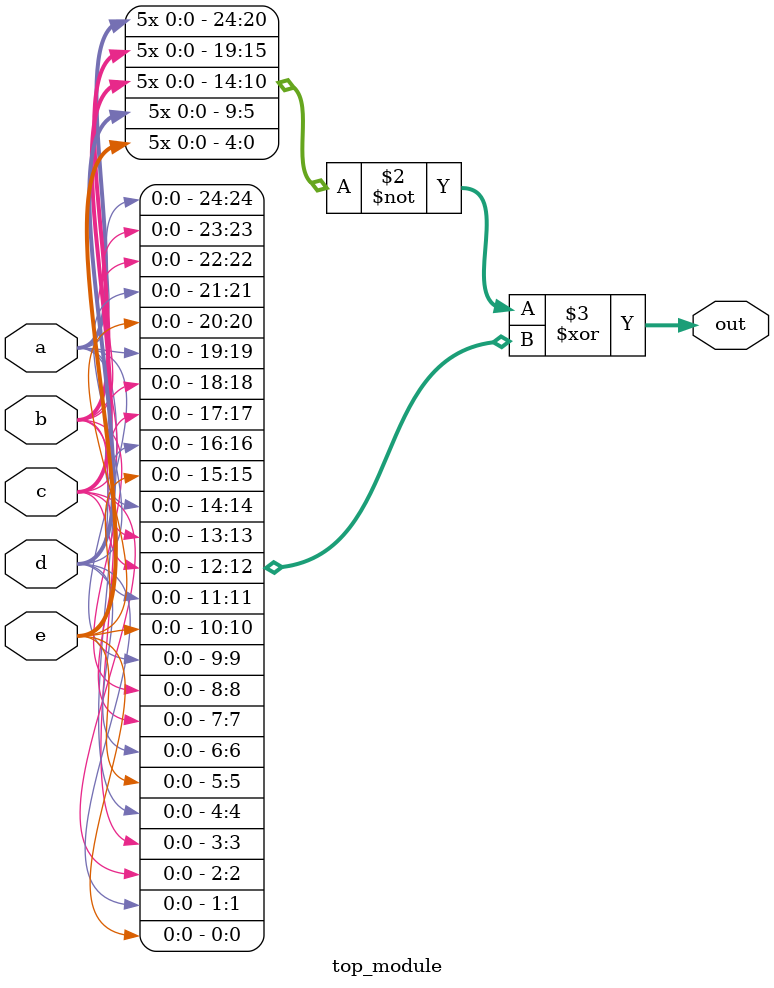
<source format=sv>
module top_module (
	input a,
	input b,
	input c,
	input d,
	input e,
	output reg [24:0] out
);

	always @ (a, b, c, d, e) begin
		out = ~{ {5{a}}, {5{b}}, {5{c}}, {5{d}}, {5{e}} } ^ {5{a,b,c,d,e}};
	end

endmodule

</source>
